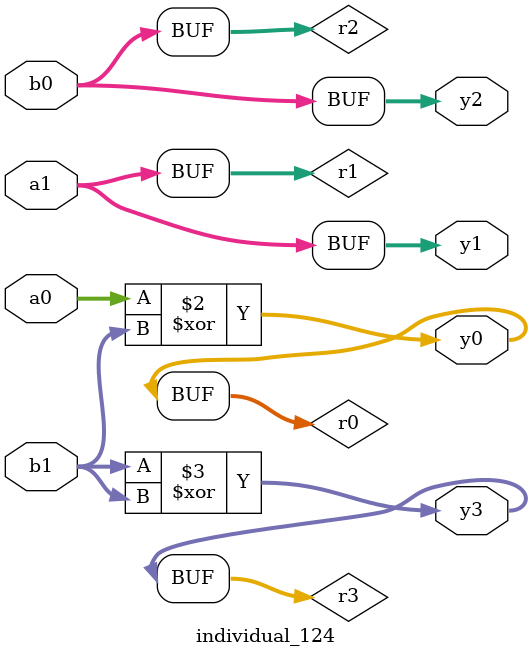
<source format=sv>
module individual_124(input logic [15:0] a1, input logic [15:0] a0, input logic [15:0] b1, input logic [15:0] b0, output logic [15:0] y3, output logic [15:0] y2, output logic [15:0] y1, output logic [15:0] y0);
logic [15:0] r0, r1, r2, r3; 
 always@(*) begin 
	 r0 = a0; r1 = a1; r2 = b0; r3 = b1; 
 	 r0  ^=  b1 ;
 	 r3  ^=  r3 ;
 	 y3 = r3; y2 = r2; y1 = r1; y0 = r0; 
end
endmodule
</source>
